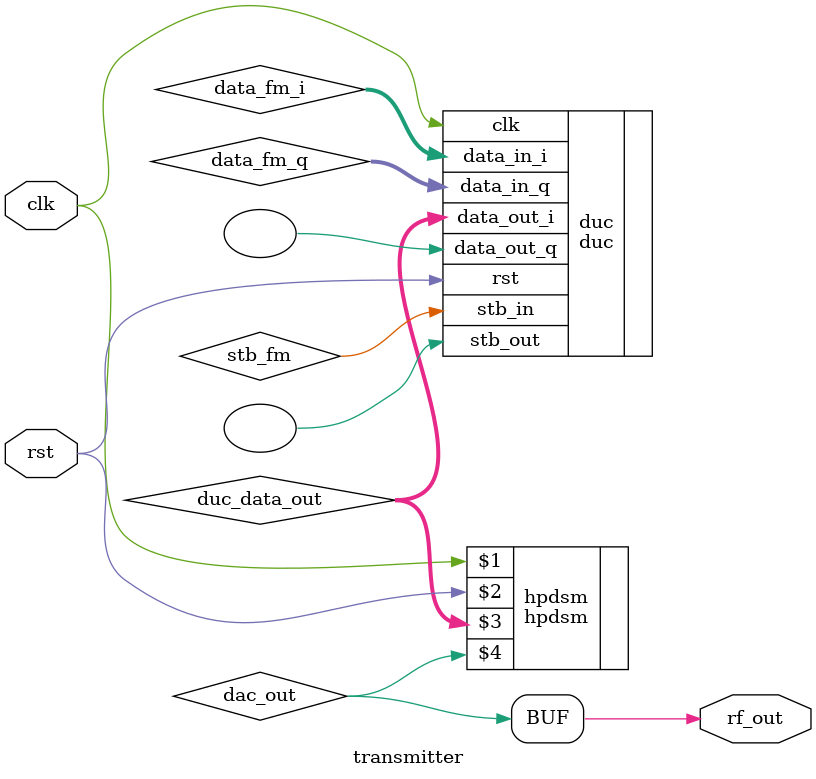
<source format=v>
module transmitter #(
    parameter FCLK = 200000000,
    parameter FC = 99000000
) (
    input clk,
    input rst,

    output rf_out
    // output [15:0] rf_out
);
    wire enable = ~rst;

    function integer log2;
        input [31:0] value;
        integer i;
    begin
        log2 = 0;
        for(i = 0; 2**i < value; i = i + 1)
            log2 = i + 1;
        log2 = log2 + 1;
    end
    endfunction

    localparam WIDTH = 16;
    localparam CLK_IN_RATE = 100;
    localparam FS_INT = FCLK/CLK_IN_RATE;
    localparam FS_IN = FS_INT/CLK_IN_RATE;
    localparam FS_OUT = FCLK;
    localparam STB_WIDTH = log2(CLK_IN_RATE*CLK_IN_RATE)+1;
    localparam FC_INT = FS_INT/8;
    wire stb_in;
    // strober #(STB_WIDTH)
    //     strober (clk, rst, enable, CLK_IN_RATE*CLK_IN_RATE, stb_in);

    wire [WIDTH-1:0] data_fm_i;
    wire [WIDTH-1:0] data_fm_q;
    wire stb_fm;
    // fm_modulator #(
    //     .WIDTH(WIDTH),
    //     .FCLK(FCLK),
    //     .FS_IN(FS_IN),
    //     .FS_OUT(FS_INT),
    //     .FC_OUT(FC_INT),
    //     .K(),
    //     .IEXT(10)
    // ) fm_modulator (
    //     .clk(clk), .rst(rst),

    //     .data_in(0),
    //     .stb_in(stb_in),

    //     .data_out_i(data_fm_i),
    //     .data_out_q(data_fm_q),
    //     .stb_out(stb_fm)
    // );


    wire [WIDTH-1:0] duc_data_out;
    duc #(
        .WIDTH(WIDTH),
        .FCLK(FCLK),
        .FS_IN(FS_INT),
        .FS_OUT(FS_OUT),
        .FC_IN(FC_INT),
        .FC_OUT(FC),
        .ZEXT(0)
    ) duc (
        .clk(clk),
        .rst(rst),
        .data_in_i(data_fm_i),
        .data_in_q(data_fm_q),
        .stb_in(stb_fm),
        .data_out_i(duc_data_out),
        .data_out_q(),
        .stb_out()
    );

    wire dac_out;
    hpdsm #(WIDTH)
        hpdsm (clk, rst, duc_data_out, dac_out);

    assign rf_out = dac_out;
    // assign rf_out = duc_data_out;

endmodule
</source>
